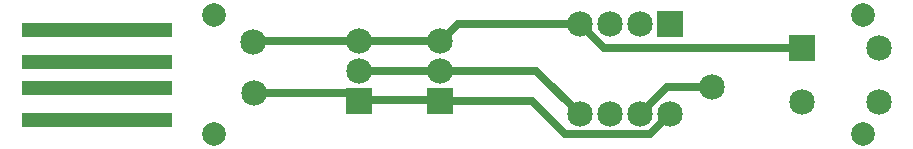
<source format=gbl>
G04*
G04 #@! TF.GenerationSoftware,Altium Limited,Altium Designer,21.7.1 (17)*
G04*
G04 Layer_Physical_Order=2*
G04 Layer_Color=16711680*
%FSLAX23Y23*%
%MOIN*%
G70*
G04*
G04 #@! TF.SameCoordinates,18DD2E12-D282-4A22-B638-A79D1AEAEEA5*
G04*
G04*
G04 #@! TF.FilePolarity,Positive*
G04*
G01*
G75*
%ADD11C,0.025*%
%ADD12R,0.500X0.050*%
%ADD13R,0.085X0.085*%
%ADD14C,0.085*%
%ADD15R,0.085X0.085*%
%ADD16C,0.079*%
D11*
X3380Y3050D02*
X3650D01*
X3647Y2953D02*
X3650Y2950D01*
X3383Y2953D02*
X3647D01*
X3380Y2950D02*
X3383Y2953D01*
X3380Y3150D02*
X3650D01*
Y3050D02*
X3970D01*
X4115Y2905D01*
X3650Y2950D02*
X3956D01*
X4066Y2840D01*
X4350D01*
X4415Y2905D01*
X3650Y3150D02*
X3653D01*
X3708Y3205D01*
X4115D01*
X3025Y3145D02*
X3027Y3148D01*
X3378D01*
X3380Y3150D01*
X3030Y2975D02*
X3355D01*
X3380Y2950D01*
X4115Y3205D02*
X4196Y3124D01*
X4857D01*
X4315Y2905D02*
X4405Y2995D01*
X4555D01*
D12*
X2505Y2885D02*
D03*
Y2993D02*
D03*
Y3078D02*
D03*
Y3185D02*
D03*
D13*
X4857Y3124D02*
D03*
D14*
Y2946D02*
D03*
X5113D02*
D03*
Y3124D02*
D03*
X4315Y3205D02*
D03*
X4215D02*
D03*
X4115D02*
D03*
X4415Y2905D02*
D03*
X4315D02*
D03*
X4215D02*
D03*
X4115D02*
D03*
X3650Y3150D02*
D03*
Y3050D02*
D03*
X3380Y3150D02*
D03*
Y3050D02*
D03*
X3030Y2975D02*
D03*
X3025Y3145D02*
D03*
X4555Y2995D02*
D03*
D15*
X4415Y3205D02*
D03*
X3650Y2950D02*
D03*
X3380D02*
D03*
D16*
X5060Y2840D02*
D03*
Y3234D02*
D03*
X2895Y2840D02*
D03*
Y3234D02*
D03*
M02*

</source>
